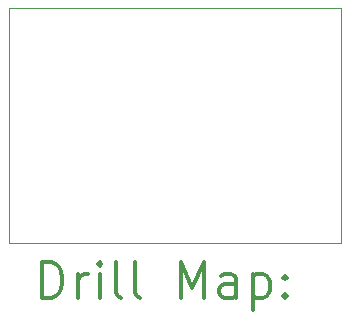
<source format=gbr>
%FSLAX45Y45*%
G04 Gerber Fmt 4.5, Leading zero omitted, Abs format (unit mm)*
G04 Created by KiCad (PCBNEW 5.1.10) date 2021-09-10 20:17:04*
%MOMM*%
%LPD*%
G01*
G04 APERTURE LIST*
%TA.AperFunction,Profile*%
%ADD10C,0.050000*%
%TD*%
%ADD11C,0.200000*%
%ADD12C,0.300000*%
G04 APERTURE END LIST*
D10*
X17350000Y-8505000D02*
X14540000Y-8505000D01*
X17350000Y-10492500D02*
X17350000Y-8505000D01*
X14625000Y-10492500D02*
X17350000Y-10492500D01*
X14540000Y-10492500D02*
X14625000Y-10492500D01*
X14540000Y-8527500D02*
X14540000Y-10492500D01*
X14540000Y-8505000D02*
X14540000Y-8527500D01*
D11*
D12*
X14823928Y-10960714D02*
X14823928Y-10660714D01*
X14895357Y-10660714D01*
X14938214Y-10675000D01*
X14966786Y-10703572D01*
X14981071Y-10732143D01*
X14995357Y-10789286D01*
X14995357Y-10832143D01*
X14981071Y-10889286D01*
X14966786Y-10917857D01*
X14938214Y-10946429D01*
X14895357Y-10960714D01*
X14823928Y-10960714D01*
X15123928Y-10960714D02*
X15123928Y-10760714D01*
X15123928Y-10817857D02*
X15138214Y-10789286D01*
X15152500Y-10775000D01*
X15181071Y-10760714D01*
X15209643Y-10760714D01*
X15309643Y-10960714D02*
X15309643Y-10760714D01*
X15309643Y-10660714D02*
X15295357Y-10675000D01*
X15309643Y-10689286D01*
X15323928Y-10675000D01*
X15309643Y-10660714D01*
X15309643Y-10689286D01*
X15495357Y-10960714D02*
X15466786Y-10946429D01*
X15452500Y-10917857D01*
X15452500Y-10660714D01*
X15652500Y-10960714D02*
X15623928Y-10946429D01*
X15609643Y-10917857D01*
X15609643Y-10660714D01*
X15995357Y-10960714D02*
X15995357Y-10660714D01*
X16095357Y-10875000D01*
X16195357Y-10660714D01*
X16195357Y-10960714D01*
X16466786Y-10960714D02*
X16466786Y-10803572D01*
X16452500Y-10775000D01*
X16423928Y-10760714D01*
X16366786Y-10760714D01*
X16338214Y-10775000D01*
X16466786Y-10946429D02*
X16438214Y-10960714D01*
X16366786Y-10960714D01*
X16338214Y-10946429D01*
X16323928Y-10917857D01*
X16323928Y-10889286D01*
X16338214Y-10860714D01*
X16366786Y-10846429D01*
X16438214Y-10846429D01*
X16466786Y-10832143D01*
X16609643Y-10760714D02*
X16609643Y-11060714D01*
X16609643Y-10775000D02*
X16638214Y-10760714D01*
X16695357Y-10760714D01*
X16723928Y-10775000D01*
X16738214Y-10789286D01*
X16752500Y-10817857D01*
X16752500Y-10903572D01*
X16738214Y-10932143D01*
X16723928Y-10946429D01*
X16695357Y-10960714D01*
X16638214Y-10960714D01*
X16609643Y-10946429D01*
X16881071Y-10932143D02*
X16895357Y-10946429D01*
X16881071Y-10960714D01*
X16866786Y-10946429D01*
X16881071Y-10932143D01*
X16881071Y-10960714D01*
X16881071Y-10775000D02*
X16895357Y-10789286D01*
X16881071Y-10803572D01*
X16866786Y-10789286D01*
X16881071Y-10775000D01*
X16881071Y-10803572D01*
M02*

</source>
